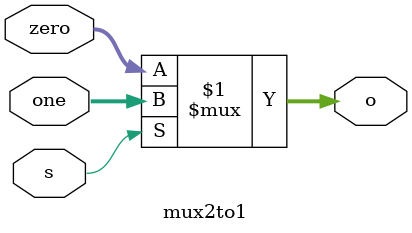
<source format=sv>
`timescale 1ns/1ns

module  mux2to1(input s,input signed [15:0]zero,input signed [15:0]one,output signed [15:0]o);

    assign o = s?one:zero;
    
endmodule
</source>
